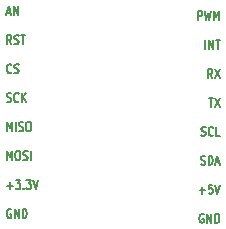
<source format=gbo>
%TF.GenerationSoftware,KiCad,Pcbnew,7.0.7*%
%TF.CreationDate,2024-10-03T15:52:36-07:00*%
%TF.ProjectId,Zoe_PCB,5a6f655f-5043-4422-9e6b-696361645f70,rev?*%
%TF.SameCoordinates,Original*%
%TF.FileFunction,Legend,Bot*%
%TF.FilePolarity,Positive*%
%FSLAX46Y46*%
G04 Gerber Fmt 4.6, Leading zero omitted, Abs format (unit mm)*
G04 Created by KiCad (PCBNEW 7.0.7) date 2024-10-03 15:52:36*
%MOMM*%
%LPD*%
G01*
G04 APERTURE LIST*
%ADD10C,0.127000*%
%ADD11R,1.700000X1.700000*%
%ADD12O,1.700000X1.700000*%
G04 APERTURE END LIST*
D10*
X145910810Y-89811061D02*
X145910810Y-89049061D01*
X145910810Y-89049061D02*
X146152715Y-89049061D01*
X146152715Y-89049061D02*
X146213191Y-89085347D01*
X146213191Y-89085347D02*
X146243429Y-89121633D01*
X146243429Y-89121633D02*
X146273667Y-89194204D01*
X146273667Y-89194204D02*
X146273667Y-89303061D01*
X146273667Y-89303061D02*
X146243429Y-89375633D01*
X146243429Y-89375633D02*
X146213191Y-89411918D01*
X146213191Y-89411918D02*
X146152715Y-89448204D01*
X146152715Y-89448204D02*
X145910810Y-89448204D01*
X146485334Y-89049061D02*
X146636524Y-89811061D01*
X146636524Y-89811061D02*
X146757477Y-89266776D01*
X146757477Y-89266776D02*
X146878429Y-89811061D01*
X146878429Y-89811061D02*
X147029620Y-89049061D01*
X147271524Y-89811061D02*
X147271524Y-89049061D01*
X147271524Y-89049061D02*
X147483191Y-89593347D01*
X147483191Y-89593347D02*
X147694857Y-89049061D01*
X147694857Y-89049061D02*
X147694857Y-89811061D01*
X146545809Y-92264701D02*
X146545809Y-91502701D01*
X146848190Y-92264701D02*
X146848190Y-91502701D01*
X146848190Y-91502701D02*
X147211047Y-92264701D01*
X147211047Y-92264701D02*
X147211047Y-91502701D01*
X147422714Y-91502701D02*
X147785571Y-91502701D01*
X147604142Y-92264701D02*
X147604142Y-91502701D01*
X147120333Y-94718341D02*
X146908666Y-94355484D01*
X146757476Y-94718341D02*
X146757476Y-93956341D01*
X146757476Y-93956341D02*
X146999381Y-93956341D01*
X146999381Y-93956341D02*
X147059857Y-93992627D01*
X147059857Y-93992627D02*
X147090095Y-94028913D01*
X147090095Y-94028913D02*
X147120333Y-94101484D01*
X147120333Y-94101484D02*
X147120333Y-94210341D01*
X147120333Y-94210341D02*
X147090095Y-94282913D01*
X147090095Y-94282913D02*
X147059857Y-94319198D01*
X147059857Y-94319198D02*
X146999381Y-94355484D01*
X146999381Y-94355484D02*
X146757476Y-94355484D01*
X147332000Y-93956341D02*
X147755333Y-94718341D01*
X147755333Y-93956341D02*
X147332000Y-94718341D01*
X146817952Y-96409981D02*
X147180809Y-96409981D01*
X146999380Y-97171981D02*
X146999380Y-96409981D01*
X147332000Y-96409981D02*
X147755333Y-97171981D01*
X147755333Y-96409981D02*
X147332000Y-97171981D01*
X146213190Y-99589336D02*
X146303904Y-99625621D01*
X146303904Y-99625621D02*
X146455095Y-99625621D01*
X146455095Y-99625621D02*
X146515571Y-99589336D01*
X146515571Y-99589336D02*
X146545809Y-99553050D01*
X146545809Y-99553050D02*
X146576047Y-99480478D01*
X146576047Y-99480478D02*
X146576047Y-99407907D01*
X146576047Y-99407907D02*
X146545809Y-99335336D01*
X146545809Y-99335336D02*
X146515571Y-99299050D01*
X146515571Y-99299050D02*
X146455095Y-99262764D01*
X146455095Y-99262764D02*
X146334142Y-99226478D01*
X146334142Y-99226478D02*
X146273666Y-99190193D01*
X146273666Y-99190193D02*
X146243428Y-99153907D01*
X146243428Y-99153907D02*
X146213190Y-99081336D01*
X146213190Y-99081336D02*
X146213190Y-99008764D01*
X146213190Y-99008764D02*
X146243428Y-98936193D01*
X146243428Y-98936193D02*
X146273666Y-98899907D01*
X146273666Y-98899907D02*
X146334142Y-98863621D01*
X146334142Y-98863621D02*
X146485333Y-98863621D01*
X146485333Y-98863621D02*
X146576047Y-98899907D01*
X147211047Y-99553050D02*
X147180809Y-99589336D01*
X147180809Y-99589336D02*
X147090095Y-99625621D01*
X147090095Y-99625621D02*
X147029619Y-99625621D01*
X147029619Y-99625621D02*
X146938904Y-99589336D01*
X146938904Y-99589336D02*
X146878428Y-99516764D01*
X146878428Y-99516764D02*
X146848190Y-99444193D01*
X146848190Y-99444193D02*
X146817952Y-99299050D01*
X146817952Y-99299050D02*
X146817952Y-99190193D01*
X146817952Y-99190193D02*
X146848190Y-99045050D01*
X146848190Y-99045050D02*
X146878428Y-98972478D01*
X146878428Y-98972478D02*
X146938904Y-98899907D01*
X146938904Y-98899907D02*
X147029619Y-98863621D01*
X147029619Y-98863621D02*
X147090095Y-98863621D01*
X147090095Y-98863621D02*
X147180809Y-98899907D01*
X147180809Y-98899907D02*
X147211047Y-98936193D01*
X147785571Y-99625621D02*
X147483190Y-99625621D01*
X147483190Y-99625621D02*
X147483190Y-98863621D01*
X146182952Y-102042976D02*
X146273666Y-102079261D01*
X146273666Y-102079261D02*
X146424857Y-102079261D01*
X146424857Y-102079261D02*
X146485333Y-102042976D01*
X146485333Y-102042976D02*
X146515571Y-102006690D01*
X146515571Y-102006690D02*
X146545809Y-101934118D01*
X146545809Y-101934118D02*
X146545809Y-101861547D01*
X146545809Y-101861547D02*
X146515571Y-101788976D01*
X146515571Y-101788976D02*
X146485333Y-101752690D01*
X146485333Y-101752690D02*
X146424857Y-101716404D01*
X146424857Y-101716404D02*
X146303904Y-101680118D01*
X146303904Y-101680118D02*
X146243428Y-101643833D01*
X146243428Y-101643833D02*
X146213190Y-101607547D01*
X146213190Y-101607547D02*
X146182952Y-101534976D01*
X146182952Y-101534976D02*
X146182952Y-101462404D01*
X146182952Y-101462404D02*
X146213190Y-101389833D01*
X146213190Y-101389833D02*
X146243428Y-101353547D01*
X146243428Y-101353547D02*
X146303904Y-101317261D01*
X146303904Y-101317261D02*
X146455095Y-101317261D01*
X146455095Y-101317261D02*
X146545809Y-101353547D01*
X146817952Y-102079261D02*
X146817952Y-101317261D01*
X146817952Y-101317261D02*
X146969142Y-101317261D01*
X146969142Y-101317261D02*
X147059857Y-101353547D01*
X147059857Y-101353547D02*
X147120333Y-101426118D01*
X147120333Y-101426118D02*
X147150571Y-101498690D01*
X147150571Y-101498690D02*
X147180809Y-101643833D01*
X147180809Y-101643833D02*
X147180809Y-101752690D01*
X147180809Y-101752690D02*
X147150571Y-101897833D01*
X147150571Y-101897833D02*
X147120333Y-101970404D01*
X147120333Y-101970404D02*
X147059857Y-102042976D01*
X147059857Y-102042976D02*
X146969142Y-102079261D01*
X146969142Y-102079261D02*
X146817952Y-102079261D01*
X147422714Y-101861547D02*
X147725095Y-101861547D01*
X147362238Y-102079261D02*
X147573904Y-101317261D01*
X147573904Y-101317261D02*
X147785571Y-102079261D01*
X146062000Y-104242616D02*
X146545810Y-104242616D01*
X146303905Y-104532901D02*
X146303905Y-103952330D01*
X147150571Y-103770901D02*
X146848190Y-103770901D01*
X146848190Y-103770901D02*
X146817952Y-104133758D01*
X146817952Y-104133758D02*
X146848190Y-104097473D01*
X146848190Y-104097473D02*
X146908666Y-104061187D01*
X146908666Y-104061187D02*
X147059857Y-104061187D01*
X147059857Y-104061187D02*
X147120333Y-104097473D01*
X147120333Y-104097473D02*
X147150571Y-104133758D01*
X147150571Y-104133758D02*
X147180809Y-104206330D01*
X147180809Y-104206330D02*
X147180809Y-104387758D01*
X147180809Y-104387758D02*
X147150571Y-104460330D01*
X147150571Y-104460330D02*
X147120333Y-104496616D01*
X147120333Y-104496616D02*
X147059857Y-104532901D01*
X147059857Y-104532901D02*
X146908666Y-104532901D01*
X146908666Y-104532901D02*
X146848190Y-104496616D01*
X146848190Y-104496616D02*
X146817952Y-104460330D01*
X147362238Y-103770901D02*
X147573904Y-104532901D01*
X147573904Y-104532901D02*
X147785571Y-103770901D01*
X146394619Y-106260827D02*
X146334143Y-106224541D01*
X146334143Y-106224541D02*
X146243429Y-106224541D01*
X146243429Y-106224541D02*
X146152714Y-106260827D01*
X146152714Y-106260827D02*
X146092238Y-106333398D01*
X146092238Y-106333398D02*
X146062000Y-106405970D01*
X146062000Y-106405970D02*
X146031762Y-106551113D01*
X146031762Y-106551113D02*
X146031762Y-106659970D01*
X146031762Y-106659970D02*
X146062000Y-106805113D01*
X146062000Y-106805113D02*
X146092238Y-106877684D01*
X146092238Y-106877684D02*
X146152714Y-106950256D01*
X146152714Y-106950256D02*
X146243429Y-106986541D01*
X146243429Y-106986541D02*
X146303905Y-106986541D01*
X146303905Y-106986541D02*
X146394619Y-106950256D01*
X146394619Y-106950256D02*
X146424857Y-106913970D01*
X146424857Y-106913970D02*
X146424857Y-106659970D01*
X146424857Y-106659970D02*
X146303905Y-106659970D01*
X146697000Y-106986541D02*
X146697000Y-106224541D01*
X146697000Y-106224541D02*
X147059857Y-106986541D01*
X147059857Y-106986541D02*
X147059857Y-106224541D01*
X147362238Y-106986541D02*
X147362238Y-106224541D01*
X147362238Y-106224541D02*
X147513428Y-106224541D01*
X147513428Y-106224541D02*
X147604143Y-106260827D01*
X147604143Y-106260827D02*
X147664619Y-106333398D01*
X147664619Y-106333398D02*
X147694857Y-106405970D01*
X147694857Y-106405970D02*
X147725095Y-106551113D01*
X147725095Y-106551113D02*
X147725095Y-106659970D01*
X147725095Y-106659970D02*
X147694857Y-106805113D01*
X147694857Y-106805113D02*
X147664619Y-106877684D01*
X147664619Y-106877684D02*
X147604143Y-106950256D01*
X147604143Y-106950256D02*
X147513428Y-106986541D01*
X147513428Y-106986541D02*
X147362238Y-106986541D01*
X129744504Y-89186947D02*
X130046885Y-89186947D01*
X129684028Y-89404661D02*
X129895694Y-88642661D01*
X129895694Y-88642661D02*
X130107361Y-89404661D01*
X130319028Y-89404661D02*
X130319028Y-88642661D01*
X130319028Y-88642661D02*
X130681885Y-89404661D01*
X130681885Y-89404661D02*
X130681885Y-88642661D01*
X130137599Y-91858301D02*
X129925932Y-91495444D01*
X129774742Y-91858301D02*
X129774742Y-91096301D01*
X129774742Y-91096301D02*
X130016647Y-91096301D01*
X130016647Y-91096301D02*
X130077123Y-91132587D01*
X130077123Y-91132587D02*
X130107361Y-91168873D01*
X130107361Y-91168873D02*
X130137599Y-91241444D01*
X130137599Y-91241444D02*
X130137599Y-91350301D01*
X130137599Y-91350301D02*
X130107361Y-91422873D01*
X130107361Y-91422873D02*
X130077123Y-91459158D01*
X130077123Y-91459158D02*
X130016647Y-91495444D01*
X130016647Y-91495444D02*
X129774742Y-91495444D01*
X130379504Y-91822016D02*
X130470218Y-91858301D01*
X130470218Y-91858301D02*
X130621409Y-91858301D01*
X130621409Y-91858301D02*
X130681885Y-91822016D01*
X130681885Y-91822016D02*
X130712123Y-91785730D01*
X130712123Y-91785730D02*
X130742361Y-91713158D01*
X130742361Y-91713158D02*
X130742361Y-91640587D01*
X130742361Y-91640587D02*
X130712123Y-91568016D01*
X130712123Y-91568016D02*
X130681885Y-91531730D01*
X130681885Y-91531730D02*
X130621409Y-91495444D01*
X130621409Y-91495444D02*
X130500456Y-91459158D01*
X130500456Y-91459158D02*
X130439980Y-91422873D01*
X130439980Y-91422873D02*
X130409742Y-91386587D01*
X130409742Y-91386587D02*
X130379504Y-91314016D01*
X130379504Y-91314016D02*
X130379504Y-91241444D01*
X130379504Y-91241444D02*
X130409742Y-91168873D01*
X130409742Y-91168873D02*
X130439980Y-91132587D01*
X130439980Y-91132587D02*
X130500456Y-91096301D01*
X130500456Y-91096301D02*
X130651647Y-91096301D01*
X130651647Y-91096301D02*
X130742361Y-91132587D01*
X130923790Y-91096301D02*
X131286647Y-91096301D01*
X131105218Y-91858301D02*
X131105218Y-91096301D01*
X130137599Y-94239370D02*
X130107361Y-94275656D01*
X130107361Y-94275656D02*
X130016647Y-94311941D01*
X130016647Y-94311941D02*
X129956171Y-94311941D01*
X129956171Y-94311941D02*
X129865456Y-94275656D01*
X129865456Y-94275656D02*
X129804980Y-94203084D01*
X129804980Y-94203084D02*
X129774742Y-94130513D01*
X129774742Y-94130513D02*
X129744504Y-93985370D01*
X129744504Y-93985370D02*
X129744504Y-93876513D01*
X129744504Y-93876513D02*
X129774742Y-93731370D01*
X129774742Y-93731370D02*
X129804980Y-93658798D01*
X129804980Y-93658798D02*
X129865456Y-93586227D01*
X129865456Y-93586227D02*
X129956171Y-93549941D01*
X129956171Y-93549941D02*
X130016647Y-93549941D01*
X130016647Y-93549941D02*
X130107361Y-93586227D01*
X130107361Y-93586227D02*
X130137599Y-93622513D01*
X130379504Y-94275656D02*
X130470218Y-94311941D01*
X130470218Y-94311941D02*
X130621409Y-94311941D01*
X130621409Y-94311941D02*
X130681885Y-94275656D01*
X130681885Y-94275656D02*
X130712123Y-94239370D01*
X130712123Y-94239370D02*
X130742361Y-94166798D01*
X130742361Y-94166798D02*
X130742361Y-94094227D01*
X130742361Y-94094227D02*
X130712123Y-94021656D01*
X130712123Y-94021656D02*
X130681885Y-93985370D01*
X130681885Y-93985370D02*
X130621409Y-93949084D01*
X130621409Y-93949084D02*
X130500456Y-93912798D01*
X130500456Y-93912798D02*
X130439980Y-93876513D01*
X130439980Y-93876513D02*
X130409742Y-93840227D01*
X130409742Y-93840227D02*
X130379504Y-93767656D01*
X130379504Y-93767656D02*
X130379504Y-93695084D01*
X130379504Y-93695084D02*
X130409742Y-93622513D01*
X130409742Y-93622513D02*
X130439980Y-93586227D01*
X130439980Y-93586227D02*
X130500456Y-93549941D01*
X130500456Y-93549941D02*
X130651647Y-93549941D01*
X130651647Y-93549941D02*
X130742361Y-93586227D01*
X129744504Y-96729296D02*
X129835218Y-96765581D01*
X129835218Y-96765581D02*
X129986409Y-96765581D01*
X129986409Y-96765581D02*
X130046885Y-96729296D01*
X130046885Y-96729296D02*
X130077123Y-96693010D01*
X130077123Y-96693010D02*
X130107361Y-96620438D01*
X130107361Y-96620438D02*
X130107361Y-96547867D01*
X130107361Y-96547867D02*
X130077123Y-96475296D01*
X130077123Y-96475296D02*
X130046885Y-96439010D01*
X130046885Y-96439010D02*
X129986409Y-96402724D01*
X129986409Y-96402724D02*
X129865456Y-96366438D01*
X129865456Y-96366438D02*
X129804980Y-96330153D01*
X129804980Y-96330153D02*
X129774742Y-96293867D01*
X129774742Y-96293867D02*
X129744504Y-96221296D01*
X129744504Y-96221296D02*
X129744504Y-96148724D01*
X129744504Y-96148724D02*
X129774742Y-96076153D01*
X129774742Y-96076153D02*
X129804980Y-96039867D01*
X129804980Y-96039867D02*
X129865456Y-96003581D01*
X129865456Y-96003581D02*
X130016647Y-96003581D01*
X130016647Y-96003581D02*
X130107361Y-96039867D01*
X130742361Y-96693010D02*
X130712123Y-96729296D01*
X130712123Y-96729296D02*
X130621409Y-96765581D01*
X130621409Y-96765581D02*
X130560933Y-96765581D01*
X130560933Y-96765581D02*
X130470218Y-96729296D01*
X130470218Y-96729296D02*
X130409742Y-96656724D01*
X130409742Y-96656724D02*
X130379504Y-96584153D01*
X130379504Y-96584153D02*
X130349266Y-96439010D01*
X130349266Y-96439010D02*
X130349266Y-96330153D01*
X130349266Y-96330153D02*
X130379504Y-96185010D01*
X130379504Y-96185010D02*
X130409742Y-96112438D01*
X130409742Y-96112438D02*
X130470218Y-96039867D01*
X130470218Y-96039867D02*
X130560933Y-96003581D01*
X130560933Y-96003581D02*
X130621409Y-96003581D01*
X130621409Y-96003581D02*
X130712123Y-96039867D01*
X130712123Y-96039867D02*
X130742361Y-96076153D01*
X131014504Y-96765581D02*
X131014504Y-96003581D01*
X131377361Y-96765581D02*
X131105218Y-96330153D01*
X131377361Y-96003581D02*
X131014504Y-96439010D01*
X129774742Y-99219221D02*
X129774742Y-98457221D01*
X129774742Y-98457221D02*
X129986409Y-99001507D01*
X129986409Y-99001507D02*
X130198075Y-98457221D01*
X130198075Y-98457221D02*
X130198075Y-99219221D01*
X130500456Y-99219221D02*
X130500456Y-98457221D01*
X130772599Y-99182936D02*
X130863313Y-99219221D01*
X130863313Y-99219221D02*
X131014504Y-99219221D01*
X131014504Y-99219221D02*
X131074980Y-99182936D01*
X131074980Y-99182936D02*
X131105218Y-99146650D01*
X131105218Y-99146650D02*
X131135456Y-99074078D01*
X131135456Y-99074078D02*
X131135456Y-99001507D01*
X131135456Y-99001507D02*
X131105218Y-98928936D01*
X131105218Y-98928936D02*
X131074980Y-98892650D01*
X131074980Y-98892650D02*
X131014504Y-98856364D01*
X131014504Y-98856364D02*
X130893551Y-98820078D01*
X130893551Y-98820078D02*
X130833075Y-98783793D01*
X130833075Y-98783793D02*
X130802837Y-98747507D01*
X130802837Y-98747507D02*
X130772599Y-98674936D01*
X130772599Y-98674936D02*
X130772599Y-98602364D01*
X130772599Y-98602364D02*
X130802837Y-98529793D01*
X130802837Y-98529793D02*
X130833075Y-98493507D01*
X130833075Y-98493507D02*
X130893551Y-98457221D01*
X130893551Y-98457221D02*
X131044742Y-98457221D01*
X131044742Y-98457221D02*
X131135456Y-98493507D01*
X131528551Y-98457221D02*
X131649504Y-98457221D01*
X131649504Y-98457221D02*
X131709980Y-98493507D01*
X131709980Y-98493507D02*
X131770456Y-98566078D01*
X131770456Y-98566078D02*
X131800694Y-98711221D01*
X131800694Y-98711221D02*
X131800694Y-98965221D01*
X131800694Y-98965221D02*
X131770456Y-99110364D01*
X131770456Y-99110364D02*
X131709980Y-99182936D01*
X131709980Y-99182936D02*
X131649504Y-99219221D01*
X131649504Y-99219221D02*
X131528551Y-99219221D01*
X131528551Y-99219221D02*
X131468075Y-99182936D01*
X131468075Y-99182936D02*
X131407599Y-99110364D01*
X131407599Y-99110364D02*
X131377361Y-98965221D01*
X131377361Y-98965221D02*
X131377361Y-98711221D01*
X131377361Y-98711221D02*
X131407599Y-98566078D01*
X131407599Y-98566078D02*
X131468075Y-98493507D01*
X131468075Y-98493507D02*
X131528551Y-98457221D01*
X129774742Y-101672861D02*
X129774742Y-100910861D01*
X129774742Y-100910861D02*
X129986409Y-101455147D01*
X129986409Y-101455147D02*
X130198075Y-100910861D01*
X130198075Y-100910861D02*
X130198075Y-101672861D01*
X130621408Y-100910861D02*
X130742361Y-100910861D01*
X130742361Y-100910861D02*
X130802837Y-100947147D01*
X130802837Y-100947147D02*
X130863313Y-101019718D01*
X130863313Y-101019718D02*
X130893551Y-101164861D01*
X130893551Y-101164861D02*
X130893551Y-101418861D01*
X130893551Y-101418861D02*
X130863313Y-101564004D01*
X130863313Y-101564004D02*
X130802837Y-101636576D01*
X130802837Y-101636576D02*
X130742361Y-101672861D01*
X130742361Y-101672861D02*
X130621408Y-101672861D01*
X130621408Y-101672861D02*
X130560932Y-101636576D01*
X130560932Y-101636576D02*
X130500456Y-101564004D01*
X130500456Y-101564004D02*
X130470218Y-101418861D01*
X130470218Y-101418861D02*
X130470218Y-101164861D01*
X130470218Y-101164861D02*
X130500456Y-101019718D01*
X130500456Y-101019718D02*
X130560932Y-100947147D01*
X130560932Y-100947147D02*
X130621408Y-100910861D01*
X131135456Y-101636576D02*
X131226170Y-101672861D01*
X131226170Y-101672861D02*
X131377361Y-101672861D01*
X131377361Y-101672861D02*
X131437837Y-101636576D01*
X131437837Y-101636576D02*
X131468075Y-101600290D01*
X131468075Y-101600290D02*
X131498313Y-101527718D01*
X131498313Y-101527718D02*
X131498313Y-101455147D01*
X131498313Y-101455147D02*
X131468075Y-101382576D01*
X131468075Y-101382576D02*
X131437837Y-101346290D01*
X131437837Y-101346290D02*
X131377361Y-101310004D01*
X131377361Y-101310004D02*
X131256408Y-101273718D01*
X131256408Y-101273718D02*
X131195932Y-101237433D01*
X131195932Y-101237433D02*
X131165694Y-101201147D01*
X131165694Y-101201147D02*
X131135456Y-101128576D01*
X131135456Y-101128576D02*
X131135456Y-101056004D01*
X131135456Y-101056004D02*
X131165694Y-100983433D01*
X131165694Y-100983433D02*
X131195932Y-100947147D01*
X131195932Y-100947147D02*
X131256408Y-100910861D01*
X131256408Y-100910861D02*
X131407599Y-100910861D01*
X131407599Y-100910861D02*
X131498313Y-100947147D01*
X131770456Y-101672861D02*
X131770456Y-100910861D01*
X129774742Y-103836216D02*
X130258552Y-103836216D01*
X130016647Y-104126501D02*
X130016647Y-103545930D01*
X130500456Y-103364501D02*
X130893551Y-103364501D01*
X130893551Y-103364501D02*
X130681884Y-103654787D01*
X130681884Y-103654787D02*
X130772599Y-103654787D01*
X130772599Y-103654787D02*
X130833075Y-103691073D01*
X130833075Y-103691073D02*
X130863313Y-103727358D01*
X130863313Y-103727358D02*
X130893551Y-103799930D01*
X130893551Y-103799930D02*
X130893551Y-103981358D01*
X130893551Y-103981358D02*
X130863313Y-104053930D01*
X130863313Y-104053930D02*
X130833075Y-104090216D01*
X130833075Y-104090216D02*
X130772599Y-104126501D01*
X130772599Y-104126501D02*
X130591170Y-104126501D01*
X130591170Y-104126501D02*
X130530694Y-104090216D01*
X130530694Y-104090216D02*
X130500456Y-104053930D01*
X131165694Y-104053930D02*
X131195932Y-104090216D01*
X131195932Y-104090216D02*
X131165694Y-104126501D01*
X131165694Y-104126501D02*
X131135456Y-104090216D01*
X131135456Y-104090216D02*
X131165694Y-104053930D01*
X131165694Y-104053930D02*
X131165694Y-104126501D01*
X131407599Y-103364501D02*
X131800694Y-103364501D01*
X131800694Y-103364501D02*
X131589027Y-103654787D01*
X131589027Y-103654787D02*
X131679742Y-103654787D01*
X131679742Y-103654787D02*
X131740218Y-103691073D01*
X131740218Y-103691073D02*
X131770456Y-103727358D01*
X131770456Y-103727358D02*
X131800694Y-103799930D01*
X131800694Y-103799930D02*
X131800694Y-103981358D01*
X131800694Y-103981358D02*
X131770456Y-104053930D01*
X131770456Y-104053930D02*
X131740218Y-104090216D01*
X131740218Y-104090216D02*
X131679742Y-104126501D01*
X131679742Y-104126501D02*
X131498313Y-104126501D01*
X131498313Y-104126501D02*
X131437837Y-104090216D01*
X131437837Y-104090216D02*
X131407599Y-104053930D01*
X131982123Y-103364501D02*
X132193789Y-104126501D01*
X132193789Y-104126501D02*
X132405456Y-103364501D01*
X130107361Y-105854427D02*
X130046885Y-105818141D01*
X130046885Y-105818141D02*
X129956171Y-105818141D01*
X129956171Y-105818141D02*
X129865456Y-105854427D01*
X129865456Y-105854427D02*
X129804980Y-105926998D01*
X129804980Y-105926998D02*
X129774742Y-105999570D01*
X129774742Y-105999570D02*
X129744504Y-106144713D01*
X129744504Y-106144713D02*
X129744504Y-106253570D01*
X129744504Y-106253570D02*
X129774742Y-106398713D01*
X129774742Y-106398713D02*
X129804980Y-106471284D01*
X129804980Y-106471284D02*
X129865456Y-106543856D01*
X129865456Y-106543856D02*
X129956171Y-106580141D01*
X129956171Y-106580141D02*
X130016647Y-106580141D01*
X130016647Y-106580141D02*
X130107361Y-106543856D01*
X130107361Y-106543856D02*
X130137599Y-106507570D01*
X130137599Y-106507570D02*
X130137599Y-106253570D01*
X130137599Y-106253570D02*
X130016647Y-106253570D01*
X130409742Y-106580141D02*
X130409742Y-105818141D01*
X130409742Y-105818141D02*
X130772599Y-106580141D01*
X130772599Y-106580141D02*
X130772599Y-105818141D01*
X131074980Y-106580141D02*
X131074980Y-105818141D01*
X131074980Y-105818141D02*
X131226170Y-105818141D01*
X131226170Y-105818141D02*
X131316885Y-105854427D01*
X131316885Y-105854427D02*
X131377361Y-105926998D01*
X131377361Y-105926998D02*
X131407599Y-105999570D01*
X131407599Y-105999570D02*
X131437837Y-106144713D01*
X131437837Y-106144713D02*
X131437837Y-106253570D01*
X131437837Y-106253570D02*
X131407599Y-106398713D01*
X131407599Y-106398713D02*
X131377361Y-106471284D01*
X131377361Y-106471284D02*
X131316885Y-106543856D01*
X131316885Y-106543856D02*
X131226170Y-106580141D01*
X131226170Y-106580141D02*
X131074980Y-106580141D01*
%LPC*%
D11*
%TO.C,J2*%
X149860000Y-88900000D03*
D12*
X149860000Y-91440000D03*
X149860000Y-93980000D03*
X149860000Y-96520000D03*
X149860000Y-99060000D03*
X149860000Y-101600000D03*
X149860000Y-104140000D03*
X149860000Y-106680000D03*
%TD*%
D11*
%TO.C,J1*%
X127000000Y-88900000D03*
D12*
X127000000Y-91440000D03*
X127000000Y-93980000D03*
X127000000Y-96520000D03*
X127000000Y-99060000D03*
X127000000Y-101600000D03*
X127000000Y-104140000D03*
X127000000Y-106680000D03*
%TD*%
%LPD*%
M02*

</source>
